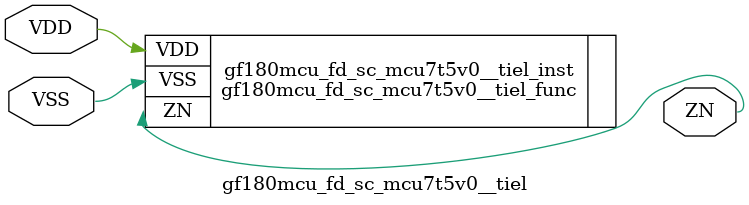
<source format=v>

module gf180mcu_fd_sc_mcu7t5v0__tiel( ZN, VDD, VSS );
inout VDD, VSS;
output ZN;

   `ifdef FUNCTIONAL  //  functional //

	gf180mcu_fd_sc_mcu7t5v0__tiel_func gf180mcu_fd_sc_mcu7t5v0__tiel_behav_inst(.ZN(ZN),.VDD(VDD),.VSS(VSS));

   `else

	gf180mcu_fd_sc_mcu7t5v0__tiel_func gf180mcu_fd_sc_mcu7t5v0__tiel_inst(.ZN(ZN),.VDD(VDD),.VSS(VSS));

	// spec_gates_begin


	// spec_gates_end



   specify

	// specify_block_begin

	// specify_block_end

   endspecify

   `endif

endmodule

</source>
